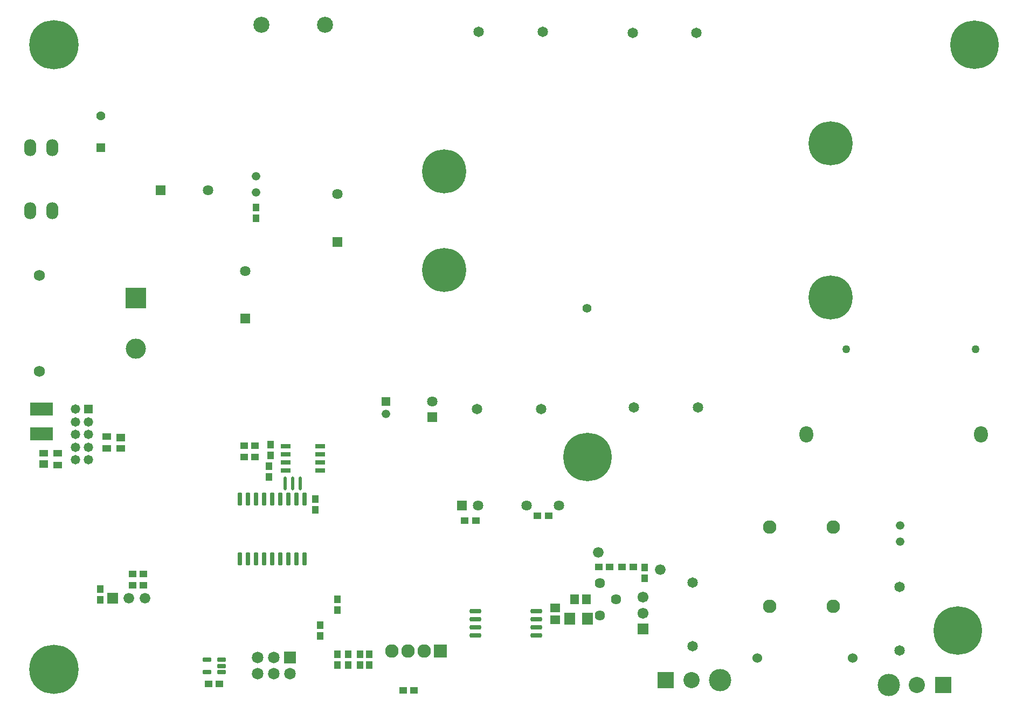
<source format=gbs>
G04*
G04 #@! TF.GenerationSoftware,Altium Limited,Altium Designer,20.0.13 (296)*
G04*
G04 Layer_Color=16711935*
%FSLAX25Y25*%
%MOIN*%
G70*
G01*
G75*
%ADD58R,0.04800X0.04400*%
%ADD59R,0.04400X0.04800*%
%ADD60R,0.05618X0.06406*%
%ADD61R,0.06406X0.05618*%
%ADD63R,0.04831X0.04437*%
%ADD64R,0.04437X0.04831*%
%ADD78O,0.07500X0.10500*%
%ADD79C,0.06366*%
%ADD80R,0.07193X0.07193*%
%ADD81C,0.07193*%
%ADD82C,0.05500*%
%ADD83C,0.27272*%
%ADD84C,0.06602*%
%ADD85C,0.13800*%
%ADD86C,0.10000*%
%ADD87R,0.10000X0.10000*%
%ADD88R,0.12500X0.12500*%
%ADD89C,0.12500*%
%ADD90C,0.06800*%
%ADD91C,0.08374*%
%ADD92R,0.08374X0.08374*%
%ADD93R,0.06602X0.06602*%
%ADD94C,0.30000*%
%ADD95C,0.05815*%
%ADD96R,0.05815X0.05815*%
%ADD97C,0.05224*%
%ADD98C,0.06437*%
%ADD99R,0.06437X0.06437*%
%ADD100C,0.06406*%
%ADD101R,0.06406X0.06406*%
%ADD102R,0.05618X0.05618*%
%ADD103C,0.05618*%
%ADD104C,0.05000*%
%ADD105C,0.30500*%
%ADD106R,0.05224X0.05224*%
%ADD107R,0.06760X0.06760*%
%ADD108C,0.06760*%
%ADD109C,0.06012*%
%ADD110O,0.08500X0.10000*%
%ADD111C,0.06500*%
%ADD112R,0.06437X0.06437*%
%ADD113C,0.09949*%
%ADD114R,0.06406X0.06406*%
G04:AMPARAMS|DCode=174|XSize=70.4mil|YSize=28.5mil|CornerRadius=8.38mil|HoleSize=0mil|Usage=FLASHONLY|Rotation=0.000|XOffset=0mil|YOffset=0mil|HoleType=Round|Shape=RoundedRectangle|*
%AMROUNDEDRECTD174*
21,1,0.07040,0.01175,0,0,0.0*
21,1,0.05365,0.02850,0,0,0.0*
1,1,0.01675,0.02683,-0.00588*
1,1,0.01675,-0.02683,-0.00588*
1,1,0.01675,-0.02683,0.00588*
1,1,0.01675,0.02683,0.00588*
%
%ADD174ROUNDEDRECTD174*%
G04:AMPARAMS|DCode=175|XSize=28.62mil|YSize=79.8mil|CornerRadius=8.41mil|HoleSize=0mil|Usage=FLASHONLY|Rotation=180.000|XOffset=0mil|YOffset=0mil|HoleType=Round|Shape=RoundedRectangle|*
%AMROUNDEDRECTD175*
21,1,0.02862,0.06299,0,0,180.0*
21,1,0.01181,0.07980,0,0,180.0*
1,1,0.01681,-0.00591,0.03150*
1,1,0.01681,0.00591,0.03150*
1,1,0.01681,0.00591,-0.03150*
1,1,0.01681,-0.00591,-0.03150*
%
%ADD175ROUNDEDRECTD175*%
G04:AMPARAMS|DCode=176|XSize=20.75mil|YSize=83.74mil|CornerRadius=6.44mil|HoleSize=0mil|Usage=FLASHONLY|Rotation=180.000|XOffset=0mil|YOffset=0mil|HoleType=Round|Shape=RoundedRectangle|*
%AMROUNDEDRECTD176*
21,1,0.02075,0.07087,0,0,180.0*
21,1,0.00787,0.08374,0,0,180.0*
1,1,0.01287,-0.00394,0.03543*
1,1,0.01287,0.00394,0.03543*
1,1,0.01287,0.00394,-0.03543*
1,1,0.01287,-0.00394,-0.03543*
%
%ADD176ROUNDEDRECTD176*%
G04:AMPARAMS|DCode=177|XSize=28.62mil|YSize=52.24mil|CornerRadius=8.41mil|HoleSize=0mil|Usage=FLASHONLY|Rotation=90.000|XOffset=0mil|YOffset=0mil|HoleType=Round|Shape=RoundedRectangle|*
%AMROUNDEDRECTD177*
21,1,0.02862,0.03543,0,0,90.0*
21,1,0.01181,0.05224,0,0,90.0*
1,1,0.01681,0.01772,0.00591*
1,1,0.01681,0.01772,-0.00591*
1,1,0.01681,-0.01772,-0.00591*
1,1,0.01681,-0.01772,0.00591*
%
%ADD177ROUNDEDRECTD177*%
%ADD178R,0.06799X0.07587*%
%ADD179R,0.13886X0.07980*%
%ADD180R,0.05618X0.04831*%
%ADD181R,0.05618X0.04043*%
G04:AMPARAMS|DCode=182|XSize=28.62mil|YSize=62.09mil|CornerRadius=4.51mil|HoleSize=0mil|Usage=FLASHONLY|Rotation=90.000|XOffset=0mil|YOffset=0mil|HoleType=Round|Shape=RoundedRectangle|*
%AMROUNDEDRECTD182*
21,1,0.02862,0.05307,0,0,90.0*
21,1,0.01961,0.06209,0,0,90.0*
1,1,0.00902,0.02653,0.00980*
1,1,0.00902,0.02653,-0.00980*
1,1,0.00902,-0.02653,-0.00980*
1,1,0.00902,-0.02653,0.00980*
%
%ADD182ROUNDEDRECTD182*%
D58*
X376003Y85300D02*
D03*
X382696D02*
D03*
X126906Y13240D02*
D03*
X120213D02*
D03*
X142091Y153500D02*
D03*
X148784D02*
D03*
X142091Y160500D02*
D03*
X148784D02*
D03*
X361554Y85300D02*
D03*
X368247D02*
D03*
D59*
X206500Y31409D02*
D03*
Y24716D02*
D03*
X200000Y31346D02*
D03*
Y24654D02*
D03*
X189268Y42741D02*
D03*
Y49434D02*
D03*
X213874Y24654D02*
D03*
Y31346D02*
D03*
X219563Y24654D02*
D03*
Y31346D02*
D03*
X390000Y85200D02*
D03*
Y78507D02*
D03*
X149500Y301153D02*
D03*
Y307846D02*
D03*
D60*
X353940Y65342D02*
D03*
X346460D02*
D03*
D61*
X334500Y52760D02*
D03*
Y60240D02*
D03*
D63*
X79847Y74000D02*
D03*
X73154D02*
D03*
X79847Y81000D02*
D03*
X73154D02*
D03*
X240608Y9000D02*
D03*
X247301D02*
D03*
X278654Y114000D02*
D03*
X285347D02*
D03*
X330346Y117000D02*
D03*
X323654D02*
D03*
D64*
X53100Y65053D02*
D03*
Y71746D02*
D03*
X186311Y120614D02*
D03*
Y127307D02*
D03*
X200000Y65346D02*
D03*
Y58653D02*
D03*
X157437Y147665D02*
D03*
Y140972D02*
D03*
X158437Y161053D02*
D03*
Y154360D02*
D03*
D78*
X10000Y305856D02*
D03*
Y344911D02*
D03*
X23386Y305856D02*
D03*
Y344911D02*
D03*
D79*
X362200Y75500D02*
D03*
X372200Y65500D02*
D03*
X362200Y55500D02*
D03*
D80*
X170500Y29500D02*
D03*
D81*
Y19500D02*
D03*
X160500Y29500D02*
D03*
Y19500D02*
D03*
X150500Y29500D02*
D03*
Y19500D02*
D03*
D82*
X354221Y245260D02*
D03*
D83*
X505000Y252000D02*
D03*
Y347500D02*
D03*
X266000Y330000D02*
D03*
Y269000D02*
D03*
D84*
X361300Y94500D02*
D03*
X399500Y83800D02*
D03*
X80803Y66142D02*
D03*
X70803D02*
D03*
D85*
X436500Y15500D02*
D03*
X540700Y12500D02*
D03*
D86*
X419000Y15500D02*
D03*
X558201Y12500D02*
D03*
D87*
X402701Y15500D02*
D03*
X574500Y12500D02*
D03*
D88*
X75300Y251641D02*
D03*
D89*
Y220460D02*
D03*
D90*
X15500Y206500D02*
D03*
Y265600D02*
D03*
D91*
X233563Y33500D02*
D03*
X253563D02*
D03*
X243563D02*
D03*
X506500Y110213D02*
D03*
Y61000D02*
D03*
X467130Y110213D02*
D03*
Y61000D02*
D03*
D92*
X263563Y33500D02*
D03*
D93*
X60803Y66142D02*
D03*
D94*
X354500Y153500D02*
D03*
X583500Y46000D02*
D03*
X594000Y408500D02*
D03*
D95*
X45874Y175248D02*
D03*
Y167374D02*
D03*
X38000Y175248D02*
D03*
Y183122D02*
D03*
Y167374D02*
D03*
X45874Y151626D02*
D03*
Y159500D02*
D03*
X38000Y151626D02*
D03*
Y159500D02*
D03*
D96*
X45874Y183122D02*
D03*
D97*
X149500Y317000D02*
D03*
Y327000D02*
D03*
X230000Y180000D02*
D03*
X548000Y111000D02*
D03*
Y101000D02*
D03*
D98*
X337000Y123315D02*
D03*
X287000D02*
D03*
X317000D02*
D03*
X258567Y187921D02*
D03*
D99*
X277000Y123315D02*
D03*
D100*
X200000Y316028D02*
D03*
X143000Y268528D02*
D03*
X120000Y318500D02*
D03*
D101*
X200000Y286500D02*
D03*
X143000Y239000D02*
D03*
D102*
X53500Y344815D02*
D03*
D103*
Y364500D02*
D03*
D104*
X514500Y220000D02*
D03*
X594539D02*
D03*
D105*
X24500Y22000D02*
D03*
Y408500D02*
D03*
D106*
X230000Y187874D02*
D03*
D107*
X388700Y47058D02*
D03*
D108*
Y66742D02*
D03*
Y56900D02*
D03*
D109*
X459445Y29000D02*
D03*
X518500D02*
D03*
D110*
X598000Y167500D02*
D03*
X489732D02*
D03*
D111*
X325685Y183000D02*
D03*
X286315D02*
D03*
X419579Y36315D02*
D03*
Y75685D02*
D03*
X422000Y415750D02*
D03*
X382630D02*
D03*
X326685Y416500D02*
D03*
X287315D02*
D03*
X547500Y73185D02*
D03*
Y33815D02*
D03*
X422685Y184000D02*
D03*
X383315D02*
D03*
D112*
X258567Y178079D02*
D03*
D113*
X192170Y420800D02*
D03*
X152800D02*
D03*
D114*
X90472Y318500D02*
D03*
D174*
X322819Y43000D02*
D03*
Y48000D02*
D03*
Y53000D02*
D03*
Y58000D02*
D03*
X285181D02*
D03*
Y53000D02*
D03*
Y48000D02*
D03*
Y43000D02*
D03*
D175*
X139500Y127504D02*
D03*
X144500D02*
D03*
X149500D02*
D03*
X154500D02*
D03*
X159500D02*
D03*
X164500D02*
D03*
X169500D02*
D03*
X174500D02*
D03*
X179500D02*
D03*
X139500Y90496D02*
D03*
X144500D02*
D03*
X149500D02*
D03*
X154500D02*
D03*
X159500D02*
D03*
X164500D02*
D03*
X169500D02*
D03*
X174500D02*
D03*
X179500D02*
D03*
D176*
X176943Y137000D02*
D03*
X172219D02*
D03*
X167494D02*
D03*
D177*
X128087Y27980D02*
D03*
Y24240D02*
D03*
Y20500D02*
D03*
X119032D02*
D03*
Y27980D02*
D03*
D178*
X354512Y53513D02*
D03*
X343488D02*
D03*
D179*
X17000Y183177D02*
D03*
Y167823D02*
D03*
D180*
X65831Y165453D02*
D03*
X18169Y149047D02*
D03*
D181*
X65831Y158760D02*
D03*
X57169Y166240D02*
D03*
Y158760D02*
D03*
X26831Y148260D02*
D03*
Y155740D02*
D03*
X18169D02*
D03*
D182*
X189165Y160000D02*
D03*
Y155000D02*
D03*
Y150000D02*
D03*
Y145000D02*
D03*
X167709Y160000D02*
D03*
Y150000D02*
D03*
Y155000D02*
D03*
Y145000D02*
D03*
M02*

</source>
